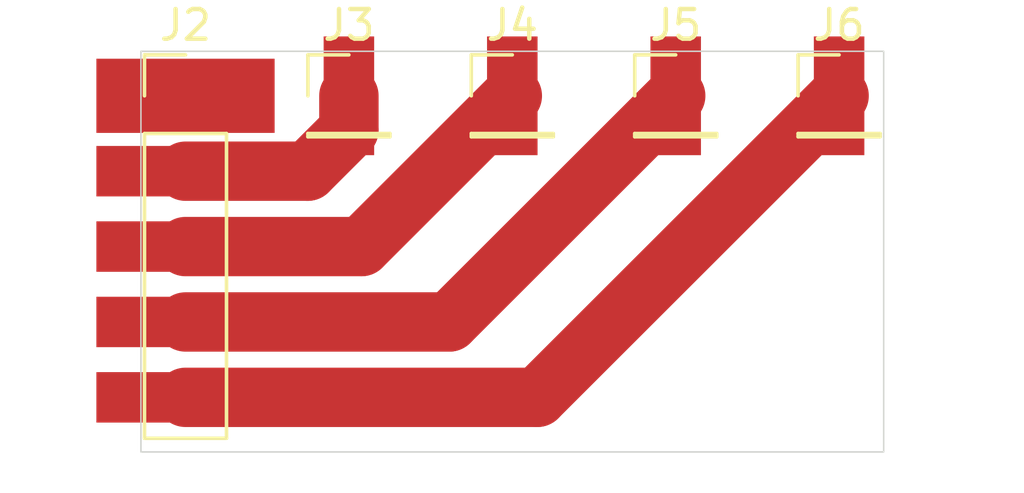
<source format=kicad_pcb>
(kicad_pcb (version 20241229) (generator "pcbnew") (generator_version "9.0")
  (layers (0 "F.Cu" signal) (2 "B.Cu" signal) (13 "F.Paste" user) (15 "B.Paste" user) (5 "F.SilkS" user "F.Silkscreen") (7 "B.SilkS" user "B.Silkscreen") (1 "F.Mask" user) (3 "B.Mask" user) (25 "Edge.Cuts" user))
  (net 0 "")
  (net 1 "Net-(J2-Pin_2)")
  (net 2 "Net-(J2-Pin_3)")
  (net 3 "Net-(J2-Pin_5)")
  (net 4 "Net-(J2-Pin_4)")
  (footprint "Connector_PinHeader_2.54mm:PinHeader_1x01_P2.54mm_Vertical" (layer "F.Cu") (at 97 106.5)
    (property "Reference" "J3" (at 0 -2.38 0) (layer "F.SilkS"))
    (property "Value" "Conn_01x01_Pin")
    (fp_line (start -1.38 -1.38) (end 0 -1.38) (stroke (width 0.12)) (layer "F.SilkS"))
    (fp_line (start -1.38 0) (end -1.38 -1.38) (stroke (width 0.12)) (layer "F.SilkS"))
    (fp_line (start -1.38 1.27) (end -1.38 1.38) (stroke (width 0.12)) (layer "F.SilkS"))
    (fp_line (start -1.38 1.27) (end 1.38 1.27) (stroke (width 0.12)) (layer "F.SilkS"))
    (fp_line (start -1.38 1.38) (end 1.38 1.38) (stroke (width 0.12)) (layer "F.SilkS"))
    (fp_line (start 1.38 1.27) (end 1.38 1.38) (stroke (width 0.12)) (layer "F.SilkS"))
    (pad "1" connect rect (at 0 0) (size 1.7 4) (layers "F.Cu" "F.Mask") (net 1 "Net-(J2-Pin_2)"))
  )
  (footprint "Connector_PinHeader_2.54mm:PinHeader_1x01_P2.54mm_Vertical" (layer "F.Cu") (at 108 106.5)
    (property "Reference" "J5" (at 0 -2.38 0) (layer "F.SilkS"))
    (property "Value" "Conn_01x01_Pin")
    (fp_line (start -1.38 -1.38) (end 0 -1.38) (stroke (width 0.12)) (layer "F.SilkS"))
    (fp_line (start -1.38 0) (end -1.38 -1.38) (stroke (width 0.12)) (layer "F.SilkS"))
    (fp_line (start -1.38 1.27) (end -1.38 1.38) (stroke (width 0.12)) (layer "F.SilkS"))
    (fp_line (start -1.38 1.27) (end 1.38 1.27) (stroke (width 0.12)) (layer "F.SilkS"))
    (fp_line (start -1.38 1.38) (end 1.38 1.38) (stroke (width 0.12)) (layer "F.SilkS"))
    (fp_line (start 1.38 1.27) (end 1.38 1.38) (stroke (width 0.12)) (layer "F.SilkS"))
    (pad "1" connect rect (at 0 0) (size 1.7 4) (layers "F.Cu" "F.Mask") (net 4 "Net-(J2-Pin_4)"))
  )
  (footprint "Connector_PinHeader_2.54mm:PinHeader_1x01_P2.54mm_Vertical" (layer "F.Cu") (at 113.5 106.5)
    (property "Reference" "J6" (at 0 -2.38 0) (layer "F.SilkS"))
    (property "Value" "Conn_01x01_Pin")
    (fp_line (start -1.38 -1.38) (end 0 -1.38) (stroke (width 0.12)) (layer "F.SilkS"))
    (fp_line (start -1.38 0) (end -1.38 -1.38) (stroke (width 0.12)) (layer "F.SilkS"))
    (fp_line (start -1.38 1.27) (end -1.38 1.38) (stroke (width 0.12)) (layer "F.SilkS"))
    (fp_line (start -1.38 1.27) (end 1.38 1.27) (stroke (width 0.12)) (layer "F.SilkS"))
    (fp_line (start -1.38 1.38) (end 1.38 1.38) (stroke (width 0.12)) (layer "F.SilkS"))
    (fp_line (start 1.38 1.27) (end 1.38 1.38) (stroke (width 0.12)) (layer "F.SilkS"))
    (pad "1" connect rect (at 0 0) (size 1.7 4) (layers "F.Cu" "F.Mask") (net 3 "Net-(J2-Pin_5)"))
  )
  (footprint "Connector_PinHeader_2.54mm:PinHeader_1x05_P2.54mm_Vertical" (layer "F.Cu") (at 91.5 106.5)
    (property "Reference" "J2" (at 0 -2.38 0) (layer "F.SilkS"))
    (property "Value" "Conn_01x05_Pin")
    (fp_line (start -1.38 -1.38) (end 0 -1.38) (stroke (width 0.12)) (layer "F.SilkS"))
    (fp_line (start -1.38 0) (end -1.38 -1.38) (stroke (width 0.12)) (layer "F.SilkS"))
    (fp_line (start -1.38 1.27) (end -1.38 11.54) (stroke (width 0.12)) (layer "F.SilkS"))
    (fp_line (start -1.38 1.27) (end 1.38 1.27) (stroke (width 0.12)) (layer "F.SilkS"))
    (fp_line (start -1.38 11.54) (end 1.38 11.54) (stroke (width 0.12)) (layer "F.SilkS"))
    (fp_line (start 1.38 1.27) (end 1.38 11.54) (stroke (width 0.12)) (layer "F.SilkS"))
    (pad "1" connect rect (at 0 0) (size 6 2.5) (layers "F.Cu" "F.Mask"))
    (pad "2" connect rect (at 0 2.54) (size 6 1.7) (layers "F.Cu" "F.Mask") (net 1 "Net-(J2-Pin_2)"))
    (pad "3" connect rect (at 0 5.08) (size 6 1.7) (layers "F.Cu" "F.Mask") (net 2 "Net-(J2-Pin_3)"))
    (pad "4" connect rect (at 0 7.62) (size 6 1.7) (layers "F.Cu" "F.Mask") (net 4 "Net-(J2-Pin_4)"))
    (pad "e" connect rect (at 0 10.16) (size 6 1.7) (layers "F.Cu" "F.Mask") (net 3 "Net-(J2-Pin_5)"))
  )
  (footprint "Connector_PinHeader_2.54mm:PinHeader_1x01_P2.54mm_Vertical" (layer "F.Cu") (at 102.5 106.5)
    (property "Reference" "J4" (at 0 -2.38 0) (layer "F.SilkS"))
    (property "Value" "Conn_01x01_Pin")
    (fp_line (start -1.38 -1.38) (end 0 -1.38) (stroke (width 0.12)) (layer "F.SilkS"))
    (fp_line (start -1.38 0) (end -1.38 -1.38) (stroke (width 0.12)) (layer "F.SilkS"))
    (fp_line (start -1.38 1.27) (end -1.38 1.38) (stroke (width 0.12)) (layer "F.SilkS"))
    (fp_line (start -1.38 1.27) (end 1.38 1.27) (stroke (width 0.12)) (layer "F.SilkS"))
    (fp_line (start -1.38 1.38) (end 1.38 1.38) (stroke (width 0.12)) (layer "F.SilkS"))
    (fp_line (start 1.38 1.27) (end 1.38 1.38) (stroke (width 0.12)) (layer "F.SilkS"))
    (pad "1" connect rect (at 0 0) (size 1.7 4) (layers "F.Cu" "F.Mask") (net 2 "Net-(J2-Pin_3)"))
  )
  (gr_rect (start 90 105) (end 115 118.5) (stroke (width 0.05)) (fill no) (layer "Edge.Cuts"))
  (segment (start 97 106.5) (end 97 107.652) (width 2) (layer "F.Cu") (net 1))
  (segment (start 95.612 109.04) (end 91.5 109.04) (width 2) (layer "F.Cu") (net 1))
  (segment (start 97 107.652) (end 95.612 109.04) (width 2) (layer "F.Cu") (net 1))
  (segment (start 91.5 111.58) (end 97.42 111.58) (width 2) (layer "F.Cu") (net 2))
  (segment (start 97.42 111.58) (end 102.5 106.5) (width 2) (layer "F.Cu") (net 2))
  (segment (start 91.5 116.66) (end 103.34 116.66) (width 2) (layer "F.Cu") (net 3))
  (segment (start 103.34 116.66) (end 113.5 106.5) (width 2) (layer "F.Cu") (net 3))
  (segment (start 91.5 114.12) (end 100.38 114.12) (width 2) (layer "F.Cu") (net 4))
  (segment (start 100.38 114.12) (end 108 106.5) (width 2) (layer "F.Cu") (net 4))
)
</source>
